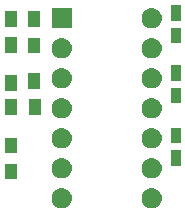
<source format=gbr>
G04 #@! TF.GenerationSoftware,KiCad,Pcbnew,(5.1.4)-1*
G04 #@! TF.CreationDate,2020-11-15T03:32:05+01:00*
G04 #@! TF.ProjectId,Delay Line,44656c61-7920-44c6-996e-652e6b696361,rev?*
G04 #@! TF.SameCoordinates,Original*
G04 #@! TF.FileFunction,Soldermask,Top*
G04 #@! TF.FilePolarity,Negative*
%FSLAX46Y46*%
G04 Gerber Fmt 4.6, Leading zero omitted, Abs format (unit mm)*
G04 Created by KiCad (PCBNEW (5.1.4)-1) date 2020-11-15 03:32:05*
%MOMM*%
%LPD*%
G04 APERTURE LIST*
%ADD10C,0.100000*%
G04 APERTURE END LIST*
D10*
G36*
X134811823Y-83108313D02*
G01*
X134972242Y-83156976D01*
X135104906Y-83227886D01*
X135120078Y-83235996D01*
X135249659Y-83342341D01*
X135356004Y-83471922D01*
X135356005Y-83471924D01*
X135435024Y-83619758D01*
X135483687Y-83780177D01*
X135500117Y-83947000D01*
X135483687Y-84113823D01*
X135435024Y-84274242D01*
X135364114Y-84406906D01*
X135356004Y-84422078D01*
X135249659Y-84551659D01*
X135120078Y-84658004D01*
X135120076Y-84658005D01*
X134972242Y-84737024D01*
X134811823Y-84785687D01*
X134686804Y-84798000D01*
X134603196Y-84798000D01*
X134478177Y-84785687D01*
X134317758Y-84737024D01*
X134169924Y-84658005D01*
X134169922Y-84658004D01*
X134040341Y-84551659D01*
X133933996Y-84422078D01*
X133925886Y-84406906D01*
X133854976Y-84274242D01*
X133806313Y-84113823D01*
X133789883Y-83947000D01*
X133806313Y-83780177D01*
X133854976Y-83619758D01*
X133933995Y-83471924D01*
X133933996Y-83471922D01*
X134040341Y-83342341D01*
X134169922Y-83235996D01*
X134185094Y-83227886D01*
X134317758Y-83156976D01*
X134478177Y-83108313D01*
X134603196Y-83096000D01*
X134686804Y-83096000D01*
X134811823Y-83108313D01*
X134811823Y-83108313D01*
G37*
G36*
X142431823Y-83108313D02*
G01*
X142592242Y-83156976D01*
X142724906Y-83227886D01*
X142740078Y-83235996D01*
X142869659Y-83342341D01*
X142976004Y-83471922D01*
X142976005Y-83471924D01*
X143055024Y-83619758D01*
X143103687Y-83780177D01*
X143120117Y-83947000D01*
X143103687Y-84113823D01*
X143055024Y-84274242D01*
X142984114Y-84406906D01*
X142976004Y-84422078D01*
X142869659Y-84551659D01*
X142740078Y-84658004D01*
X142740076Y-84658005D01*
X142592242Y-84737024D01*
X142431823Y-84785687D01*
X142306804Y-84798000D01*
X142223196Y-84798000D01*
X142098177Y-84785687D01*
X141937758Y-84737024D01*
X141789924Y-84658005D01*
X141789922Y-84658004D01*
X141660341Y-84551659D01*
X141553996Y-84422078D01*
X141545886Y-84406906D01*
X141474976Y-84274242D01*
X141426313Y-84113823D01*
X141409883Y-83947000D01*
X141426313Y-83780177D01*
X141474976Y-83619758D01*
X141553995Y-83471924D01*
X141553996Y-83471922D01*
X141660341Y-83342341D01*
X141789922Y-83235996D01*
X141805094Y-83227886D01*
X141937758Y-83156976D01*
X142098177Y-83108313D01*
X142223196Y-83096000D01*
X142306804Y-83096000D01*
X142431823Y-83108313D01*
X142431823Y-83108313D01*
G37*
G36*
X130892000Y-82345200D02*
G01*
X129890000Y-82345200D01*
X129890000Y-81043200D01*
X130892000Y-81043200D01*
X130892000Y-82345200D01*
X130892000Y-82345200D01*
G37*
G36*
X134811823Y-80568313D02*
G01*
X134972242Y-80616976D01*
X135104906Y-80687886D01*
X135120078Y-80695996D01*
X135249659Y-80802341D01*
X135356004Y-80931922D01*
X135356005Y-80931924D01*
X135435024Y-81079758D01*
X135483687Y-81240177D01*
X135500117Y-81407000D01*
X135483687Y-81573823D01*
X135435024Y-81734242D01*
X135364114Y-81866906D01*
X135356004Y-81882078D01*
X135249659Y-82011659D01*
X135120078Y-82118004D01*
X135120076Y-82118005D01*
X134972242Y-82197024D01*
X134811823Y-82245687D01*
X134686804Y-82258000D01*
X134603196Y-82258000D01*
X134478177Y-82245687D01*
X134317758Y-82197024D01*
X134169924Y-82118005D01*
X134169922Y-82118004D01*
X134040341Y-82011659D01*
X133933996Y-81882078D01*
X133925886Y-81866906D01*
X133854976Y-81734242D01*
X133806313Y-81573823D01*
X133789883Y-81407000D01*
X133806313Y-81240177D01*
X133854976Y-81079758D01*
X133933995Y-80931924D01*
X133933996Y-80931922D01*
X134040341Y-80802341D01*
X134169922Y-80695996D01*
X134185094Y-80687886D01*
X134317758Y-80616976D01*
X134478177Y-80568313D01*
X134603196Y-80556000D01*
X134686804Y-80556000D01*
X134811823Y-80568313D01*
X134811823Y-80568313D01*
G37*
G36*
X142431823Y-80568313D02*
G01*
X142592242Y-80616976D01*
X142724906Y-80687886D01*
X142740078Y-80695996D01*
X142869659Y-80802341D01*
X142976004Y-80931922D01*
X142976005Y-80931924D01*
X143055024Y-81079758D01*
X143103687Y-81240177D01*
X143120117Y-81407000D01*
X143103687Y-81573823D01*
X143055024Y-81734242D01*
X142984114Y-81866906D01*
X142976004Y-81882078D01*
X142869659Y-82011659D01*
X142740078Y-82118004D01*
X142740076Y-82118005D01*
X142592242Y-82197024D01*
X142431823Y-82245687D01*
X142306804Y-82258000D01*
X142223196Y-82258000D01*
X142098177Y-82245687D01*
X141937758Y-82197024D01*
X141789924Y-82118005D01*
X141789922Y-82118004D01*
X141660341Y-82011659D01*
X141553996Y-81882078D01*
X141545886Y-81866906D01*
X141474976Y-81734242D01*
X141426313Y-81573823D01*
X141409883Y-81407000D01*
X141426313Y-81240177D01*
X141474976Y-81079758D01*
X141553995Y-80931924D01*
X141553996Y-80931922D01*
X141660341Y-80802341D01*
X141789922Y-80695996D01*
X141805094Y-80687886D01*
X141937758Y-80616976D01*
X142098177Y-80568313D01*
X142223196Y-80556000D01*
X142306804Y-80556000D01*
X142431823Y-80568313D01*
X142431823Y-80568313D01*
G37*
G36*
X144723000Y-81204600D02*
G01*
X143871000Y-81204600D01*
X143871000Y-79902600D01*
X144723000Y-79902600D01*
X144723000Y-81204600D01*
X144723000Y-81204600D01*
G37*
G36*
X130866600Y-80145200D02*
G01*
X129864600Y-80145200D01*
X129864600Y-78843200D01*
X130866600Y-78843200D01*
X130866600Y-80145200D01*
X130866600Y-80145200D01*
G37*
G36*
X142431823Y-78028313D02*
G01*
X142592242Y-78076976D01*
X142724906Y-78147886D01*
X142740078Y-78155996D01*
X142869659Y-78262341D01*
X142976004Y-78391922D01*
X142976005Y-78391924D01*
X143055024Y-78539758D01*
X143103687Y-78700177D01*
X143120117Y-78867000D01*
X143103687Y-79033823D01*
X143055024Y-79194242D01*
X142996036Y-79304600D01*
X142976004Y-79342078D01*
X142869659Y-79471659D01*
X142740078Y-79578004D01*
X142740076Y-79578005D01*
X142592242Y-79657024D01*
X142431823Y-79705687D01*
X142306804Y-79718000D01*
X142223196Y-79718000D01*
X142098177Y-79705687D01*
X141937758Y-79657024D01*
X141789924Y-79578005D01*
X141789922Y-79578004D01*
X141660341Y-79471659D01*
X141553996Y-79342078D01*
X141533964Y-79304600D01*
X141474976Y-79194242D01*
X141426313Y-79033823D01*
X141409883Y-78867000D01*
X141426313Y-78700177D01*
X141474976Y-78539758D01*
X141553995Y-78391924D01*
X141553996Y-78391922D01*
X141660341Y-78262341D01*
X141789922Y-78155996D01*
X141805094Y-78147886D01*
X141937758Y-78076976D01*
X142098177Y-78028313D01*
X142223196Y-78016000D01*
X142306804Y-78016000D01*
X142431823Y-78028313D01*
X142431823Y-78028313D01*
G37*
G36*
X134811823Y-78028313D02*
G01*
X134972242Y-78076976D01*
X135104906Y-78147886D01*
X135120078Y-78155996D01*
X135249659Y-78262341D01*
X135356004Y-78391922D01*
X135356005Y-78391924D01*
X135435024Y-78539758D01*
X135483687Y-78700177D01*
X135500117Y-78867000D01*
X135483687Y-79033823D01*
X135435024Y-79194242D01*
X135376036Y-79304600D01*
X135356004Y-79342078D01*
X135249659Y-79471659D01*
X135120078Y-79578004D01*
X135120076Y-79578005D01*
X134972242Y-79657024D01*
X134811823Y-79705687D01*
X134686804Y-79718000D01*
X134603196Y-79718000D01*
X134478177Y-79705687D01*
X134317758Y-79657024D01*
X134169924Y-79578005D01*
X134169922Y-79578004D01*
X134040341Y-79471659D01*
X133933996Y-79342078D01*
X133913964Y-79304600D01*
X133854976Y-79194242D01*
X133806313Y-79033823D01*
X133789883Y-78867000D01*
X133806313Y-78700177D01*
X133854976Y-78539758D01*
X133933995Y-78391924D01*
X133933996Y-78391922D01*
X134040341Y-78262341D01*
X134169922Y-78155996D01*
X134185094Y-78147886D01*
X134317758Y-78076976D01*
X134478177Y-78028313D01*
X134603196Y-78016000D01*
X134686804Y-78016000D01*
X134811823Y-78028313D01*
X134811823Y-78028313D01*
G37*
G36*
X144723000Y-79304600D02*
G01*
X143871000Y-79304600D01*
X143871000Y-78002600D01*
X144723000Y-78002600D01*
X144723000Y-79304600D01*
X144723000Y-79304600D01*
G37*
G36*
X134811823Y-75488313D02*
G01*
X134972242Y-75536976D01*
X135104906Y-75607886D01*
X135120078Y-75615996D01*
X135249659Y-75722341D01*
X135356004Y-75851922D01*
X135356005Y-75851924D01*
X135435024Y-75999758D01*
X135483687Y-76160177D01*
X135500117Y-76327000D01*
X135483687Y-76493823D01*
X135435024Y-76654242D01*
X135364114Y-76786906D01*
X135356004Y-76802078D01*
X135249659Y-76931659D01*
X135120078Y-77038004D01*
X135120076Y-77038005D01*
X134972242Y-77117024D01*
X134811823Y-77165687D01*
X134686804Y-77178000D01*
X134603196Y-77178000D01*
X134478177Y-77165687D01*
X134317758Y-77117024D01*
X134169924Y-77038005D01*
X134169922Y-77038004D01*
X134040341Y-76931659D01*
X133933996Y-76802078D01*
X133925886Y-76786906D01*
X133854976Y-76654242D01*
X133806313Y-76493823D01*
X133789883Y-76327000D01*
X133806313Y-76160177D01*
X133854976Y-75999758D01*
X133933995Y-75851924D01*
X133933996Y-75851922D01*
X134040341Y-75722341D01*
X134169922Y-75615996D01*
X134185094Y-75607886D01*
X134317758Y-75536976D01*
X134478177Y-75488313D01*
X134603196Y-75476000D01*
X134686804Y-75476000D01*
X134811823Y-75488313D01*
X134811823Y-75488313D01*
G37*
G36*
X142431823Y-75488313D02*
G01*
X142592242Y-75536976D01*
X142724906Y-75607886D01*
X142740078Y-75615996D01*
X142869659Y-75722341D01*
X142976004Y-75851922D01*
X142976005Y-75851924D01*
X143055024Y-75999758D01*
X143103687Y-76160177D01*
X143120117Y-76327000D01*
X143103687Y-76493823D01*
X143055024Y-76654242D01*
X142984114Y-76786906D01*
X142976004Y-76802078D01*
X142869659Y-76931659D01*
X142740078Y-77038004D01*
X142740076Y-77038005D01*
X142592242Y-77117024D01*
X142431823Y-77165687D01*
X142306804Y-77178000D01*
X142223196Y-77178000D01*
X142098177Y-77165687D01*
X141937758Y-77117024D01*
X141789924Y-77038005D01*
X141789922Y-77038004D01*
X141660341Y-76931659D01*
X141553996Y-76802078D01*
X141545886Y-76786906D01*
X141474976Y-76654242D01*
X141426313Y-76493823D01*
X141409883Y-76327000D01*
X141426313Y-76160177D01*
X141474976Y-75999758D01*
X141553995Y-75851924D01*
X141553996Y-75851922D01*
X141660341Y-75722341D01*
X141789922Y-75615996D01*
X141805094Y-75607886D01*
X141937758Y-75536976D01*
X142098177Y-75488313D01*
X142223196Y-75476000D01*
X142306804Y-75476000D01*
X142431823Y-75488313D01*
X142431823Y-75488313D01*
G37*
G36*
X130892000Y-76871500D02*
G01*
X129890000Y-76871500D01*
X129890000Y-75569500D01*
X130892000Y-75569500D01*
X130892000Y-76871500D01*
X130892000Y-76871500D01*
G37*
G36*
X132860000Y-76866600D02*
G01*
X131858000Y-76866600D01*
X131858000Y-75564600D01*
X132860000Y-75564600D01*
X132860000Y-76866600D01*
X132860000Y-76866600D01*
G37*
G36*
X144723000Y-75896000D02*
G01*
X143871000Y-75896000D01*
X143871000Y-74594000D01*
X144723000Y-74594000D01*
X144723000Y-75896000D01*
X144723000Y-75896000D01*
G37*
G36*
X130853900Y-74844400D02*
G01*
X129851900Y-74844400D01*
X129851900Y-73542400D01*
X130853900Y-73542400D01*
X130853900Y-74844400D01*
X130853900Y-74844400D01*
G37*
G36*
X132783800Y-74666600D02*
G01*
X131781800Y-74666600D01*
X131781800Y-73364600D01*
X132783800Y-73364600D01*
X132783800Y-74666600D01*
X132783800Y-74666600D01*
G37*
G36*
X134811823Y-72948313D02*
G01*
X134972242Y-72996976D01*
X135104906Y-73067886D01*
X135120078Y-73075996D01*
X135249659Y-73182341D01*
X135356004Y-73311922D01*
X135356005Y-73311924D01*
X135435024Y-73459758D01*
X135483687Y-73620177D01*
X135500117Y-73787000D01*
X135483687Y-73953823D01*
X135435024Y-74114242D01*
X135364114Y-74246906D01*
X135356004Y-74262078D01*
X135249659Y-74391659D01*
X135120078Y-74498004D01*
X135120076Y-74498005D01*
X134972242Y-74577024D01*
X134811823Y-74625687D01*
X134686804Y-74638000D01*
X134603196Y-74638000D01*
X134478177Y-74625687D01*
X134317758Y-74577024D01*
X134169924Y-74498005D01*
X134169922Y-74498004D01*
X134040341Y-74391659D01*
X133933996Y-74262078D01*
X133925886Y-74246906D01*
X133854976Y-74114242D01*
X133806313Y-73953823D01*
X133789883Y-73787000D01*
X133806313Y-73620177D01*
X133854976Y-73459758D01*
X133933995Y-73311924D01*
X133933996Y-73311922D01*
X134040341Y-73182341D01*
X134169922Y-73075996D01*
X134185094Y-73067886D01*
X134317758Y-72996976D01*
X134478177Y-72948313D01*
X134603196Y-72936000D01*
X134686804Y-72936000D01*
X134811823Y-72948313D01*
X134811823Y-72948313D01*
G37*
G36*
X142431823Y-72948313D02*
G01*
X142592242Y-72996976D01*
X142724906Y-73067886D01*
X142740078Y-73075996D01*
X142869659Y-73182341D01*
X142976004Y-73311922D01*
X142976005Y-73311924D01*
X143055024Y-73459758D01*
X143103687Y-73620177D01*
X143120117Y-73787000D01*
X143103687Y-73953823D01*
X143055024Y-74114242D01*
X142984114Y-74246906D01*
X142976004Y-74262078D01*
X142869659Y-74391659D01*
X142740078Y-74498004D01*
X142740076Y-74498005D01*
X142592242Y-74577024D01*
X142431823Y-74625687D01*
X142306804Y-74638000D01*
X142223196Y-74638000D01*
X142098177Y-74625687D01*
X141937758Y-74577024D01*
X141789924Y-74498005D01*
X141789922Y-74498004D01*
X141660341Y-74391659D01*
X141553996Y-74262078D01*
X141545886Y-74246906D01*
X141474976Y-74114242D01*
X141426313Y-73953823D01*
X141409883Y-73787000D01*
X141426313Y-73620177D01*
X141474976Y-73459758D01*
X141553995Y-73311924D01*
X141553996Y-73311922D01*
X141660341Y-73182341D01*
X141789922Y-73075996D01*
X141805094Y-73067886D01*
X141937758Y-72996976D01*
X142098177Y-72948313D01*
X142223196Y-72936000D01*
X142306804Y-72936000D01*
X142431823Y-72948313D01*
X142431823Y-72948313D01*
G37*
G36*
X144723000Y-73996000D02*
G01*
X143871000Y-73996000D01*
X143871000Y-72694000D01*
X144723000Y-72694000D01*
X144723000Y-73996000D01*
X144723000Y-73996000D01*
G37*
G36*
X134811823Y-70408313D02*
G01*
X134972242Y-70456976D01*
X135104906Y-70527886D01*
X135120078Y-70535996D01*
X135249659Y-70642341D01*
X135356004Y-70771922D01*
X135356005Y-70771924D01*
X135435024Y-70919758D01*
X135483687Y-71080177D01*
X135500117Y-71247000D01*
X135483687Y-71413823D01*
X135435024Y-71574242D01*
X135389399Y-71659600D01*
X135356004Y-71722078D01*
X135249659Y-71851659D01*
X135120078Y-71958004D01*
X135120076Y-71958005D01*
X134972242Y-72037024D01*
X134811823Y-72085687D01*
X134686804Y-72098000D01*
X134603196Y-72098000D01*
X134478177Y-72085687D01*
X134317758Y-72037024D01*
X134169924Y-71958005D01*
X134169922Y-71958004D01*
X134040341Y-71851659D01*
X133933996Y-71722078D01*
X133900601Y-71659600D01*
X133854976Y-71574242D01*
X133806313Y-71413823D01*
X133789883Y-71247000D01*
X133806313Y-71080177D01*
X133854976Y-70919758D01*
X133933995Y-70771924D01*
X133933996Y-70771922D01*
X134040341Y-70642341D01*
X134169922Y-70535996D01*
X134185094Y-70527886D01*
X134317758Y-70456976D01*
X134478177Y-70408313D01*
X134603196Y-70396000D01*
X134686804Y-70396000D01*
X134811823Y-70408313D01*
X134811823Y-70408313D01*
G37*
G36*
X142431823Y-70408313D02*
G01*
X142592242Y-70456976D01*
X142724906Y-70527886D01*
X142740078Y-70535996D01*
X142869659Y-70642341D01*
X142976004Y-70771922D01*
X142976005Y-70771924D01*
X143055024Y-70919758D01*
X143103687Y-71080177D01*
X143120117Y-71247000D01*
X143103687Y-71413823D01*
X143055024Y-71574242D01*
X143009399Y-71659600D01*
X142976004Y-71722078D01*
X142869659Y-71851659D01*
X142740078Y-71958004D01*
X142740076Y-71958005D01*
X142592242Y-72037024D01*
X142431823Y-72085687D01*
X142306804Y-72098000D01*
X142223196Y-72098000D01*
X142098177Y-72085687D01*
X141937758Y-72037024D01*
X141789924Y-71958005D01*
X141789922Y-71958004D01*
X141660341Y-71851659D01*
X141553996Y-71722078D01*
X141520601Y-71659600D01*
X141474976Y-71574242D01*
X141426313Y-71413823D01*
X141409883Y-71247000D01*
X141426313Y-71080177D01*
X141474976Y-70919758D01*
X141553995Y-70771924D01*
X141553996Y-70771922D01*
X141660341Y-70642341D01*
X141789922Y-70535996D01*
X141805094Y-70527886D01*
X141937758Y-70456976D01*
X142098177Y-70408313D01*
X142223196Y-70396000D01*
X142306804Y-70396000D01*
X142431823Y-70408313D01*
X142431823Y-70408313D01*
G37*
G36*
X132784000Y-71659600D02*
G01*
X131782000Y-71659600D01*
X131782000Y-70357600D01*
X132784000Y-70357600D01*
X132784000Y-71659600D01*
X132784000Y-71659600D01*
G37*
G36*
X130892000Y-71634200D02*
G01*
X129890000Y-71634200D01*
X129890000Y-70332200D01*
X130892000Y-70332200D01*
X130892000Y-71634200D01*
X130892000Y-71634200D01*
G37*
G36*
X144723000Y-70800800D02*
G01*
X143871000Y-70800800D01*
X143871000Y-69498800D01*
X144723000Y-69498800D01*
X144723000Y-70800800D01*
X144723000Y-70800800D01*
G37*
G36*
X135496000Y-69558000D02*
G01*
X133794000Y-69558000D01*
X133794000Y-67856000D01*
X135496000Y-67856000D01*
X135496000Y-69558000D01*
X135496000Y-69558000D01*
G37*
G36*
X142431823Y-67868313D02*
G01*
X142592242Y-67916976D01*
X142724906Y-67987886D01*
X142740078Y-67995996D01*
X142869659Y-68102341D01*
X142976004Y-68231922D01*
X142976005Y-68231924D01*
X143055024Y-68379758D01*
X143103687Y-68540177D01*
X143120117Y-68707000D01*
X143103687Y-68873823D01*
X143055024Y-69034242D01*
X142984114Y-69166906D01*
X142976004Y-69182078D01*
X142869659Y-69311659D01*
X142740078Y-69418004D01*
X142740076Y-69418005D01*
X142592242Y-69497024D01*
X142592239Y-69497025D01*
X142562380Y-69506083D01*
X142431823Y-69545687D01*
X142306804Y-69558000D01*
X142223196Y-69558000D01*
X142098177Y-69545687D01*
X141967620Y-69506083D01*
X141937761Y-69497025D01*
X141937758Y-69497024D01*
X141789924Y-69418005D01*
X141789922Y-69418004D01*
X141660341Y-69311659D01*
X141553996Y-69182078D01*
X141545886Y-69166906D01*
X141474976Y-69034242D01*
X141426313Y-68873823D01*
X141409883Y-68707000D01*
X141426313Y-68540177D01*
X141474976Y-68379758D01*
X141553995Y-68231924D01*
X141553996Y-68231922D01*
X141660341Y-68102341D01*
X141789922Y-67995996D01*
X141805094Y-67987886D01*
X141937758Y-67916976D01*
X142098177Y-67868313D01*
X142223196Y-67856000D01*
X142306804Y-67856000D01*
X142431823Y-67868313D01*
X142431823Y-67868313D01*
G37*
G36*
X130892000Y-69434200D02*
G01*
X129890000Y-69434200D01*
X129890000Y-68132200D01*
X130892000Y-68132200D01*
X130892000Y-69434200D01*
X130892000Y-69434200D01*
G37*
G36*
X132784000Y-69434200D02*
G01*
X131782000Y-69434200D01*
X131782000Y-68132200D01*
X132784000Y-68132200D01*
X132784000Y-69434200D01*
X132784000Y-69434200D01*
G37*
G36*
X144723000Y-68900800D02*
G01*
X143871000Y-68900800D01*
X143871000Y-67598800D01*
X144723000Y-67598800D01*
X144723000Y-68900800D01*
X144723000Y-68900800D01*
G37*
M02*

</source>
